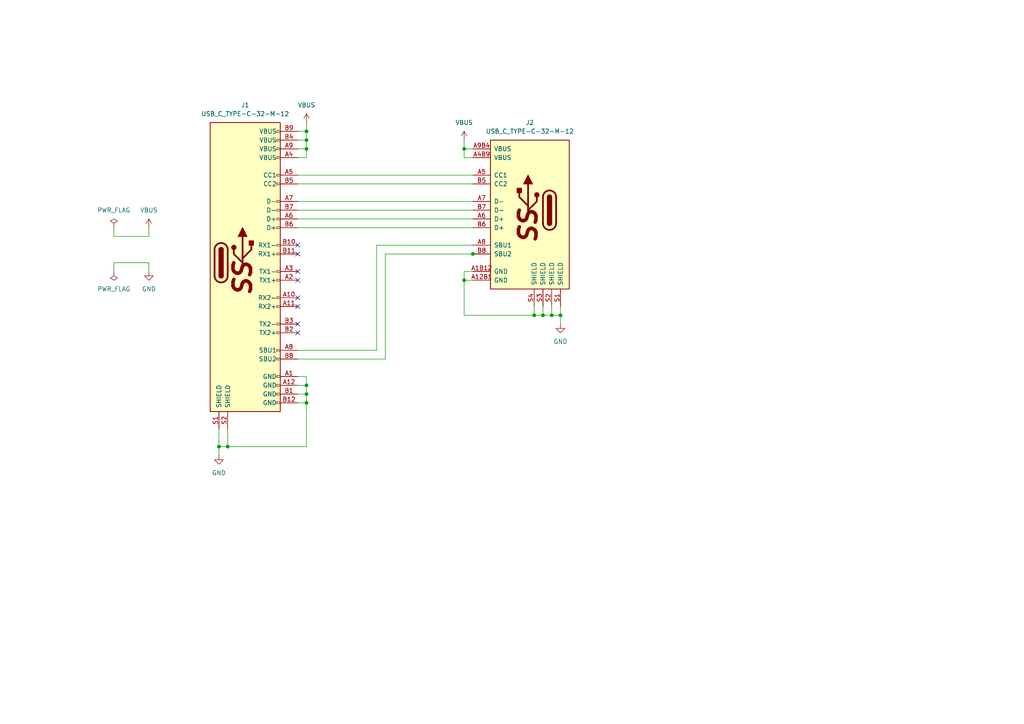
<source format=kicad_sch>
(kicad_sch (version 20230121) (generator eeschema)
  (paper "A4")
  (lib_symbols
    (symbol "power:GND" (power) (pin_names (offset 0))
      (property "Value" "GND" (at 0 -3.81 0))
      (symbol "GND_0_1"
        (polyline (pts (xy 0 0) (xy 0 -1.27) (xy 1.27 -1.27) (xy 0 -2.54) (xy -1.27 -1.27) (xy 0 -1.27)))
      )
      (symbol "GND_1_1"
        (pin power_in line (at 0 0 270) (length 0) hide (name "GND") (number "1"))
      )
    )
    (symbol "power:PWR_FLAG" (power) (pin_numbers hide) (pin_names (offset 0) hide)
      (property "Value" "PWR_FLAG" (at 0 3.81 0))
      (symbol "PWR_FLAG_0_0"
        (pin power_out line (at 0 0 90) (length 0) (name "pwr") (number "1"))
      )
      (symbol "PWR_FLAG_0_1"
        (polyline (pts (xy 0 0) (xy 0 1.27) (xy -1.016 1.905) (xy 0 2.54) (xy 1.016 1.905) (xy 0 1.27)))
      )
    )
    (symbol "power:VBUS" (power) (pin_names (offset 0))
      (property "Value" "VBUS" (at 0 3.81 0))
      (symbol "VBUS_0_1"
        (polyline (pts (xy -0.762 1.27) (xy 0 2.54)))
        (polyline (pts (xy 0 0) (xy 0 2.54)))
        (polyline (pts (xy 0 2.54) (xy 0.762 1.27)))
      )
      (symbol "VBUS_1_1"
        (pin power_in line (at 0 0 90) (length 0) hide (name "VBUS") (number "1"))
      )
    )
    (symbol "suku_basics:USB_C_TYPE-C-32-M-12" (pin_names (offset 1.016))
      (property "Reference" "J" (at -10.16 44.45 0))
      (property "Value" "USB_C_TYPE-C-32-M-12" (at 10.16 44.45 0))
      (symbol "USB_C_TYPE-C-32-M-12_0_0"
        (text "SS" (at -0.762 -4.445 900) (effects (font (size 5.08 5.08) bold italic)))
      )
      (symbol "USB_C_TYPE-C-32-M-12_0_1"
        (rectangle (start -12.7 20.32) (end 10.16 -22.86) (stroke (width 0.254)) (fill (type background)))
        (arc (start -8.89 -3.81) (mid -6.985 -5.7067) (end -5.08 -3.81) (stroke (width 0.508)))
        (arc (start -7.62 -3.81) (mid -6.985 -4.4423) (end -6.35 -3.81) (stroke (width 0.254)))
        (arc (start -7.62 -3.81) (mid -6.985 -4.4423) (end -6.35 -3.81) (stroke (width 0.254)) (fill (type outline)))
        (rectangle (start -7.62 -3.81) (end -6.35 3.81) (stroke (width 0.254)) (fill (type outline)))
        (arc (start -6.35 3.81) (mid -6.985 4.4423) (end -7.62 3.81) (stroke (width 0.254)))
        (arc (start -6.35 3.81) (mid -6.985 4.4423) (end -7.62 3.81) (stroke (width 0.254)) (fill (type outline)))
        (arc (start -5.08 3.81) (mid -6.985 5.7067) (end -8.89 3.81) (stroke (width 0.508)))
        (circle (center -3.302 4.445) (radius 0.635) (stroke (width 0.254)) (fill (type outline)))
        (polyline (pts (xy -8.89 -3.81) (xy -8.89 3.81)) (stroke (width 0.508)))
        (polyline (pts (xy -5.08 3.81) (xy -5.08 -3.81)) (stroke (width 0.508)))
        (polyline (pts (xy -0.762 -1.27) (xy -0.762 7.62)) (stroke (width 0.508)))
        (polyline (pts (xy -0.762 0) (xy -3.302 2.54) (xy -3.302 3.81)) (stroke (width 0.508)))
        (polyline (pts (xy -0.762 1.27) (xy 1.778 3.81) (xy 1.778 5.08)) (stroke (width 0.508)))
        (polyline (pts (xy -2.032 7.62) (xy -0.762 10.16) (xy 0.508 7.62) (xy -2.032 7.62)) (stroke (width 0.254)) (fill (type outline)))
        (rectangle (start 1.143 5.08) (end 2.413 6.35) (stroke (width 0.254)) (fill (type outline)))
      )
      (symbol "USB_C_TYPE-C-32-M-12_1_1"
        (pin power_in line (at 15.24 -20.32 180) (length 5.08) (name "GND") (number "A12B1"))
        (pin power_in line (at 15.24 -17.78 180) (length 5.08) (name "GND") (number "A1B12"))
        (pin power_in line (at 15.24 15.24 180) (length 5.08) (name "VBUS") (number "A4B9"))
        (pin bidirectional line (at 15.24 10.16 180) (length 5.08) (name "CC1") (number "A5"))
        (pin bidirectional line (at 15.24 -2.54 180) (length 5.08) (name "D+") (number "A6"))
        (pin bidirectional line (at 15.24 2.54 180) (length 5.08) (name "D-") (number "A7"))
        (pin bidirectional line (at 15.24 -10.16 180) (length 5.08) (name "SBU1") (number "A8"))
        (pin power_in line (at 15.24 17.78 180) (length 5.08) (name "VBUS") (number "A9B4"))
        (pin bidirectional line (at 15.24 7.62 180) (length 5.08) (name "CC2") (number "B5"))
        (pin bidirectional line (at 15.24 -5.08 180) (length 5.08) (name "D+") (number "B6"))
        (pin bidirectional line (at 15.24 0 180) (length 5.08) (name "D-") (number "B7"))
        (pin bidirectional line (at 15.24 -12.7 180) (length 5.08) (name "SBU2") (number "B8"))
        (pin passive line (at -10.16 -27.94 90) (length 5.08) (name "SHIELD") (number "S1"))
        (pin passive line (at -7.62 -27.94 90) (length 5.08) (name "SHIELD") (number "S2"))
        (pin passive line (at -5.08 -27.94 90) (length 5.08) (name "SHIELD") (number "S3"))
        (pin passive line (at -2.54 -27.94 90) (length 5.08) (name "SHIELD") (number "S4"))
      )
    )
    (symbol "suku_basics:USB_C_TYPEC-900L-ACP24" (pin_names (offset 1.016))
      (property "Reference" "J" (at -10.16 44.45 0))
      (property "Value" "USB_C_TYPE-C-32-M-12" (at 10.16 44.45 0))
      (symbol "USB_C_TYPEC-900L-ACP24_0_0"
        (rectangle (start 10.16 -25.146) (end 9.144 -25.654))
        (rectangle (start 10.16 -22.606) (end 9.144 -23.114))
        (rectangle (start 10.16 -17.526) (end 9.144 -18.034))
        (rectangle (start 10.16 -14.986) (end 9.144 -15.494))
        (rectangle (start 10.16 -9.906) (end 9.144 -10.414))
        (rectangle (start 10.16 -7.366) (end 9.144 -7.874))
        (rectangle (start 10.16 -2.286) (end 9.144 -2.794))
        (rectangle (start 10.16 0.254) (end 9.144 -0.254))
        (rectangle (start 10.16 5.334) (end 9.144 4.826))
        (rectangle (start 10.16 7.874) (end 9.144 7.366))
        (rectangle (start 10.16 12.954) (end 9.144 12.446))
        (rectangle (start 10.16 15.494) (end 9.144 14.986))
        (rectangle (start 10.16 18.034) (end 9.144 17.526))
        (rectangle (start 10.16 20.574) (end 9.144 20.066))
        (rectangle (start 10.16 25.654) (end 9.144 25.146))
        (rectangle (start 10.16 28.194) (end 9.144 27.686))
        (rectangle (start 10.16 33.274) (end 9.144 32.766))
        (text "SS" (at -0.762 -1.905 900) (effects (font (size 5.08 5.08) bold italic)))
      )
      (symbol "USB_C_TYPEC-900L-ACP24_0_1"
        (rectangle (start -10.16 43.18) (end 10.16 -40.64) (stroke (width 0.254)) (fill (type background)))
        (arc (start -8.89 -1.27) (mid -6.985 -3.1667) (end -5.08 -1.27) (stroke (width 0.508)))
        (arc (start -7.62 -1.27) (mid -6.985 -1.9023) (end -6.35 -1.27) (stroke (width 0.254)))
        (arc (start -7.62 -1.27) (mid -6.985 -1.9023) (end -6.35 -1.27) (stroke (width 0.254)) (fill (type outline)))
        (rectangle (start -7.62 -1.27) (end -6.35 6.35) (stroke (width 0.254)) (fill (type outline)))
        (arc (start -6.35 6.35) (mid -6.985 6.9823) (end -7.62 6.35) (stroke (width 0.254)))
        (arc (start -6.35 6.35) (mid -6.985 6.9823) (end -7.62 6.35) (stroke (width 0.254)) (fill (type outline)))
        (arc (start -5.08 6.35) (mid -6.985 8.2467) (end -8.89 6.35) (stroke (width 0.508)))
        (circle (center -3.302 6.985) (radius 0.635) (stroke (width 0.254)) (fill (type outline)))
        (polyline (pts (xy -8.89 -1.27) (xy -8.89 6.35)) (stroke (width 0.508)))
        (polyline (pts (xy -5.08 6.35) (xy -5.08 -1.27)) (stroke (width 0.508)))
        (polyline (pts (xy -0.762 1.27) (xy -0.762 10.16)) (stroke (width 0.508)))
        (polyline (pts (xy -0.762 2.54) (xy -3.302 5.08) (xy -3.302 6.35)) (stroke (width 0.508)))
        (polyline (pts (xy -0.762 3.81) (xy 1.778 6.35) (xy 1.778 7.62)) (stroke (width 0.508)))
        (polyline (pts (xy -2.032 10.16) (xy -0.762 12.7) (xy 0.508 10.16) (xy -2.032 10.16)) (stroke (width 0.254)) (fill (type outline)))
        (rectangle (start 1.143 7.62) (end 2.413 8.89) (stroke (width 0.254)) (fill (type outline)))
      )
      (symbol "USB_C_TYPEC-900L-ACP24_1_1"
        (rectangle (start 10.16 -38.354) (end 9.144 -37.846))
        (rectangle (start 10.16 -35.814) (end 9.144 -35.306))
        (rectangle (start 10.16 -33.274) (end 9.144 -32.766))
        (rectangle (start 10.16 -30.734) (end 9.144 -30.226))
        (rectangle (start 10.16 35.306) (end 9.144 35.814))
        (rectangle (start 10.16 37.846) (end 9.144 38.354))
        (rectangle (start 10.16 40.386) (end 9.144 40.894))
        (pin power_in line (at 15.24 -30.48 180) (length 5.08) (name "GND") (number "A1"))
        (pin bidirectional line (at 15.24 -7.62 180) (length 5.08) (name "RX2-") (number "A10"))
        (pin bidirectional line (at 15.24 -10.16 180) (length 5.08) (name "RX2+") (number "A11"))
        (pin power_in line (at 15.24 -33.02 180) (length 5.08) (name "GND") (number "A12"))
        (pin bidirectional line (at 15.24 -2.54 180) (length 5.08) (name "TX1+") (number "A2"))
        (pin bidirectional line (at 15.24 0 180) (length 5.08) (name "TX1-") (number "A3"))
        (pin power_in line (at 15.24 33.02 180) (length 5.08) (name "VBUS") (number "A4"))
        (pin bidirectional line (at 15.24 27.94 180) (length 5.08) (name "CC1") (number "A5"))
        (pin bidirectional line (at 15.24 15.24 180) (length 5.08) (name "D+") (number "A6"))
        (pin bidirectional line (at 15.24 20.32 180) (length 5.08) (name "D-") (number "A7"))
        (pin bidirectional line (at 15.24 -22.86 180) (length 5.08) (name "SBU1") (number "A8"))
        (pin power_in line (at 15.24 35.56 180) (length 5.08) (name "VBUS") (number "A9"))
        (pin power_in line (at 15.24 -35.56 180) (length 5.08) (name "GND") (number "B1"))
        (pin bidirectional line (at 15.24 7.62 180) (length 5.08) (name "RX1-") (number "B10"))
        (pin bidirectional line (at 15.24 5.08 180) (length 5.08) (name "RX1+") (number "B11"))
        (pin power_in line (at 15.24 -38.1 180) (length 5.08) (name "GND") (number "B12"))
        (pin bidirectional line (at 15.24 -17.78 180) (length 5.08) (name "TX2+") (number "B2"))
        (pin bidirectional line (at 15.24 -15.24 180) (length 5.08) (name "TX2-") (number "B3"))
        (pin power_in line (at 15.24 38.1 180) (length 5.08) (name "VBUS") (number "B4"))
        (pin bidirectional line (at 15.24 25.4 180) (length 5.08) (name "CC2") (number "B5"))
        (pin bidirectional line (at 15.24 12.7 180) (length 5.08) (name "D+") (number "B6"))
        (pin bidirectional line (at 15.24 17.78 180) (length 5.08) (name "D-") (number "B7"))
        (pin bidirectional line (at 15.24 -25.4 180) (length 5.08) (name "SBU2") (number "B8"))
        (pin power_in line (at 15.24 40.64 180) (length 5.08) (name "VBUS") (number "B9"))
        (pin passive line (at -7.62 -45.72 90) (length 5.08) (name "SHIELD") (number "S1"))
        (pin passive line (at -5.08 -45.72 90) (length 5.08) (name "SHIELD") (number "S2"))
      )
    )
  )
  (junction (at 160.02 91.44))
  (junction (at 63.5 129.54))
  (junction (at 88.9 116.84))
  (junction (at 88.9 38.1))
  (junction (at 88.9 40.64))
  (junction (at 88.9 114.3))
  (junction (at 66.04 129.54))
  (junction (at 137.16 73.66))
  (junction (at 157.48 91.44))
  (junction (at 134.62 81.28))
  (junction (at 154.94 91.44))
  (junction (at 88.9 43.18))
  (junction (at 162.56 91.44))
  (junction (at 88.9 111.76))
  (junction (at 134.62 43.18))
  (no_connect (at 86.36 78.74))
  (no_connect (at 86.36 86.36))
  (no_connect (at 86.36 71.12))
  (no_connect (at 86.36 96.52))
  (no_connect (at 86.36 88.9))
  (no_connect (at 86.36 81.28))
  (no_connect (at 86.36 73.66))
  (no_connect (at 86.36 93.98))
  (wire (pts (xy 137.16 43.18) (xy 134.62 43.18)))
  (wire (pts (xy 134.62 78.74) (xy 134.62 81.28)))
  (wire (pts (xy 134.62 78.74) (xy 137.16 78.74)))
  (wire (pts (xy 134.62 81.28) (xy 134.62 91.44)))
  (wire (pts (xy 86.36 114.3) (xy 88.9 114.3)))
  (wire (pts (xy 162.56 88.9) (xy 162.56 91.44)))
  (wire (pts (xy 86.36 43.18) (xy 88.9 43.18)))
  (wire (pts (xy 88.9 116.84) (xy 88.9 129.54)))
  (wire (pts (xy 154.94 88.9) (xy 154.94 91.44)))
  (wire (pts (xy 137.16 73.66) (xy 111.76 73.66)))
  (wire (pts (xy 66.04 124.46) (xy 66.04 129.54)))
  (wire (pts (xy 86.36 63.5) (xy 137.16 63.5)))
  (wire (pts (xy 162.56 91.44) (xy 160.02 91.44)))
  (wire (pts (xy 134.62 81.28) (xy 137.16 81.28)))
  (wire (pts (xy 139.7 73.66) (xy 137.16 73.66)))
  (wire (pts (xy 88.9 114.3) (xy 88.9 116.84)))
  (wire (pts (xy 43.18 76.2) (xy 43.18 78.74)))
  (wire (pts (xy 109.22 101.6) (xy 109.22 71.12)))
  (wire (pts (xy 134.62 43.18) (xy 134.62 40.64)))
  (wire (pts (xy 33.02 66.04) (xy 33.02 68.58)))
  (wire (pts (xy 157.48 91.44) (xy 154.94 91.44)))
  (wire (pts (xy 86.36 66.04) (xy 137.16 66.04)))
  (wire (pts (xy 86.36 109.22) (xy 88.9 109.22)))
  (wire (pts (xy 88.9 111.76) (xy 88.9 114.3)))
  (wire (pts (xy 63.5 129.54) (xy 66.04 129.54)))
  (wire (pts (xy 63.5 124.46) (xy 63.5 129.54)))
  (wire (pts (xy 86.36 116.84) (xy 88.9 116.84)))
  (wire (pts (xy 86.36 111.76) (xy 88.9 111.76)))
  (wire (pts (xy 162.56 91.44) (xy 162.56 93.98)))
  (wire (pts (xy 66.04 129.54) (xy 88.9 129.54)))
  (wire (pts (xy 88.9 38.1) (xy 88.9 35.56)))
  (wire (pts (xy 33.02 78.74) (xy 33.02 76.2)))
  (wire (pts (xy 137.16 45.72) (xy 134.62 45.72)))
  (wire (pts (xy 86.36 60.96) (xy 137.16 60.96)))
  (wire (pts (xy 88.9 109.22) (xy 88.9 111.76)))
  (wire (pts (xy 86.36 40.64) (xy 88.9 40.64)))
  (wire (pts (xy 33.02 68.58) (xy 43.18 68.58)))
  (wire (pts (xy 109.22 71.12) (xy 137.16 71.12)))
  (wire (pts (xy 88.9 45.72) (xy 88.9 43.18)))
  (wire (pts (xy 154.94 91.44) (xy 134.62 91.44)))
  (wire (pts (xy 33.02 76.2) (xy 43.18 76.2)))
  (wire (pts (xy 63.5 129.54) (xy 63.5 132.08)))
  (wire (pts (xy 43.18 68.58) (xy 43.18 66.04)))
  (wire (pts (xy 111.76 104.14) (xy 86.36 104.14)))
  (wire (pts (xy 88.9 43.18) (xy 88.9 40.64)))
  (wire (pts (xy 88.9 40.64) (xy 88.9 38.1)))
  (wire (pts (xy 160.02 88.9) (xy 160.02 91.44)))
  (wire (pts (xy 86.36 45.72) (xy 88.9 45.72)))
  (wire (pts (xy 111.76 73.66) (xy 111.76 104.14)))
  (wire (pts (xy 160.02 91.44) (xy 157.48 91.44)))
  (wire (pts (xy 86.36 58.42) (xy 137.16 58.42)))
  (wire (pts (xy 157.48 88.9) (xy 157.48 91.44)))
  (wire (pts (xy 86.36 101.6) (xy 109.22 101.6)))
  (wire (pts (xy 86.36 50.8) (xy 137.16 50.8)))
  (wire (pts (xy 86.36 53.34) (xy 137.16 53.34)))
  (wire (pts (xy 86.36 38.1) (xy 88.9 38.1)))
  (wire (pts (xy 134.62 45.72) (xy 134.62 43.18)))
  (symbol (lib_id "power:VBUS") (at 88.9 35.56 0) (unit 1)
    (property "Reference" "#PWR03" (effects hide))
    (property "Value" "VBUS" (at 88.9 30.48 0))
  )
  (symbol (lib_id "power:PWR_FLAG") (at 33.02 66.04 0) (unit 1)
    (property "Reference" "#FLG01" (effects hide))
    (property "Value" "PWR_FLAG" (at 33.02 60.96 0))
  )
  (symbol (lib_id "power:GND") (at 63.5 132.08 0) (unit 1)
    (property "Reference" "#PWR01" (effects hide))
    (property "Value" "GND" (at 63.5 137.16 0))
  )
  (symbol (lib_id "power:GND") (at 162.56 93.98 0) (unit 1)
    (property "Reference" "#PWR02" (effects hide))
    (property "Value" "GND" (at 162.56 99.06 0))
  )
  (symbol (lib_id "power:GND") (at 43.18 78.74 0) (unit 1)
    (property "Reference" "#PWR06" (effects hide))
    (property "Value" "GND" (at 43.18 83.82 0))
  )
  (symbol (lib_id "suku_basics:USB_C_TYPEC-900L-ACP24") (at 71.12 78.74 0) (unit 1)
    (property "Reference" "J1" (at 71.12 30.48 0))
    (property "Value" "USB_C_TYPE-C-32-M-12" (at 71.12 33.02 0))
    (property "Footprint" "suku_basics:USB_C_TYPEC-900L-ACP24" (effects hide))
  )
  (symbol (lib_id "power:VBUS") (at 134.62 40.64 0) (unit 1)
    (property "Reference" "#PWR04" (effects hide))
    (property "Value" "VBUS" (at 134.62 35.56 0))
  )
  (symbol (lib_id "suku_basics:USB_C_TYPE-C-32-M-12") (at 152.4 60.96 0) (mirror y) (unit 1)
    (property "Reference" "J2" (at 153.67 35.56 0))
    (property "Value" "USB_C_TYPE-C-32-M-12" (at 153.67 38.1 0))
    (property "Footprint" "suku_basics:USB_C_Korean_Hroparts_TYPE-C-31-M-12" (effects hide))
  )
  (symbol (lib_id "power:PWR_FLAG") (at 33.02 78.74 180) (unit 1)
    (property "Reference" "#FLG02" (effects hide))
    (property "Value" "PWR_FLAG" (at 33.02 83.82 0))
  )
  (symbol (lib_id "power:VBUS") (at 43.18 66.04 0) (unit 1)
    (property "Reference" "#PWR05" (effects hide))
    (property "Value" "VBUS" (at 43.18 60.96 0))
  )
)
</source>
